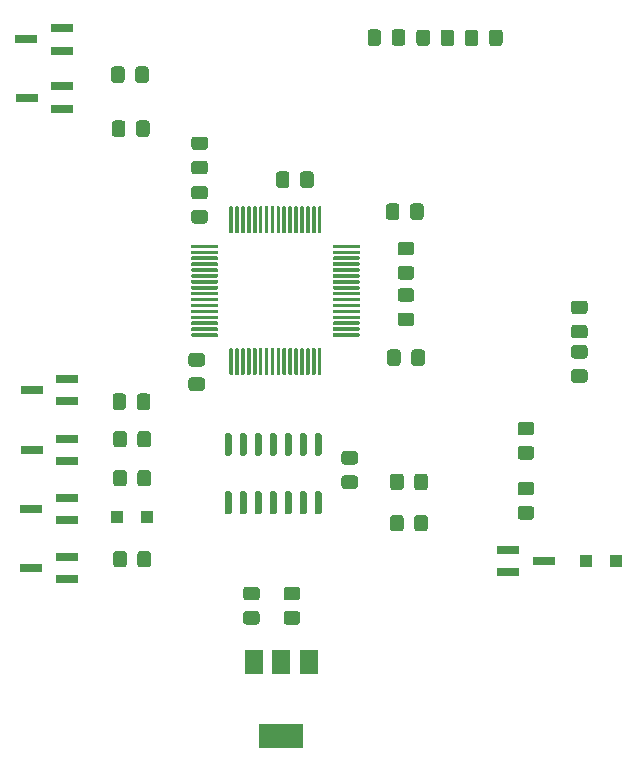
<source format=gbr>
%TF.GenerationSoftware,KiCad,Pcbnew,(5.1.9)-1*%
%TF.CreationDate,2021-08-09T15:54:16+01:00*%
%TF.ProjectId,OpenFlopsShort,4f70656e-466c-46f7-9073-53686f72742e,rev?*%
%TF.SameCoordinates,Original*%
%TF.FileFunction,Paste,Top*%
%TF.FilePolarity,Positive*%
%FSLAX46Y46*%
G04 Gerber Fmt 4.6, Leading zero omitted, Abs format (unit mm)*
G04 Created by KiCad (PCBNEW (5.1.9)-1) date 2021-08-09 15:54:16*
%MOMM*%
%LPD*%
G01*
G04 APERTURE LIST*
%ADD10R,1.500000X2.000000*%
%ADD11R,3.800000X2.000000*%
%ADD12R,1.900000X0.800000*%
%ADD13R,1.000000X1.000000*%
G04 APERTURE END LIST*
%TO.C,U3*%
G36*
G01*
X144235000Y-91348500D02*
X144235000Y-93498500D01*
G75*
G02*
X144160000Y-93573500I-75000J0D01*
G01*
X144010000Y-93573500D01*
G75*
G02*
X143935000Y-93498500I0J75000D01*
G01*
X143935000Y-91348500D01*
G75*
G02*
X144010000Y-91273500I75000J0D01*
G01*
X144160000Y-91273500D01*
G75*
G02*
X144235000Y-91348500I0J-75000D01*
G01*
G37*
G36*
G01*
X143735000Y-91348500D02*
X143735000Y-93498500D01*
G75*
G02*
X143660000Y-93573500I-75000J0D01*
G01*
X143510000Y-93573500D01*
G75*
G02*
X143435000Y-93498500I0J75000D01*
G01*
X143435000Y-91348500D01*
G75*
G02*
X143510000Y-91273500I75000J0D01*
G01*
X143660000Y-91273500D01*
G75*
G02*
X143735000Y-91348500I0J-75000D01*
G01*
G37*
G36*
G01*
X143235000Y-91348500D02*
X143235000Y-93498500D01*
G75*
G02*
X143160000Y-93573500I-75000J0D01*
G01*
X143010000Y-93573500D01*
G75*
G02*
X142935000Y-93498500I0J75000D01*
G01*
X142935000Y-91348500D01*
G75*
G02*
X143010000Y-91273500I75000J0D01*
G01*
X143160000Y-91273500D01*
G75*
G02*
X143235000Y-91348500I0J-75000D01*
G01*
G37*
G36*
G01*
X142735000Y-91348500D02*
X142735000Y-93498500D01*
G75*
G02*
X142660000Y-93573500I-75000J0D01*
G01*
X142510000Y-93573500D01*
G75*
G02*
X142435000Y-93498500I0J75000D01*
G01*
X142435000Y-91348500D01*
G75*
G02*
X142510000Y-91273500I75000J0D01*
G01*
X142660000Y-91273500D01*
G75*
G02*
X142735000Y-91348500I0J-75000D01*
G01*
G37*
G36*
G01*
X142235000Y-91348500D02*
X142235000Y-93498500D01*
G75*
G02*
X142160000Y-93573500I-75000J0D01*
G01*
X142010000Y-93573500D01*
G75*
G02*
X141935000Y-93498500I0J75000D01*
G01*
X141935000Y-91348500D01*
G75*
G02*
X142010000Y-91273500I75000J0D01*
G01*
X142160000Y-91273500D01*
G75*
G02*
X142235000Y-91348500I0J-75000D01*
G01*
G37*
G36*
G01*
X141735000Y-91348500D02*
X141735000Y-93498500D01*
G75*
G02*
X141660000Y-93573500I-75000J0D01*
G01*
X141510000Y-93573500D01*
G75*
G02*
X141435000Y-93498500I0J75000D01*
G01*
X141435000Y-91348500D01*
G75*
G02*
X141510000Y-91273500I75000J0D01*
G01*
X141660000Y-91273500D01*
G75*
G02*
X141735000Y-91348500I0J-75000D01*
G01*
G37*
G36*
G01*
X141235000Y-91348500D02*
X141235000Y-93498500D01*
G75*
G02*
X141160000Y-93573500I-75000J0D01*
G01*
X141010000Y-93573500D01*
G75*
G02*
X140935000Y-93498500I0J75000D01*
G01*
X140935000Y-91348500D01*
G75*
G02*
X141010000Y-91273500I75000J0D01*
G01*
X141160000Y-91273500D01*
G75*
G02*
X141235000Y-91348500I0J-75000D01*
G01*
G37*
G36*
G01*
X140735000Y-91348500D02*
X140735000Y-93498500D01*
G75*
G02*
X140660000Y-93573500I-75000J0D01*
G01*
X140510000Y-93573500D01*
G75*
G02*
X140435000Y-93498500I0J75000D01*
G01*
X140435000Y-91348500D01*
G75*
G02*
X140510000Y-91273500I75000J0D01*
G01*
X140660000Y-91273500D01*
G75*
G02*
X140735000Y-91348500I0J-75000D01*
G01*
G37*
G36*
G01*
X140235000Y-91348500D02*
X140235000Y-93498500D01*
G75*
G02*
X140160000Y-93573500I-75000J0D01*
G01*
X140010000Y-93573500D01*
G75*
G02*
X139935000Y-93498500I0J75000D01*
G01*
X139935000Y-91348500D01*
G75*
G02*
X140010000Y-91273500I75000J0D01*
G01*
X140160000Y-91273500D01*
G75*
G02*
X140235000Y-91348500I0J-75000D01*
G01*
G37*
G36*
G01*
X139735000Y-91348500D02*
X139735000Y-93498500D01*
G75*
G02*
X139660000Y-93573500I-75000J0D01*
G01*
X139510000Y-93573500D01*
G75*
G02*
X139435000Y-93498500I0J75000D01*
G01*
X139435000Y-91348500D01*
G75*
G02*
X139510000Y-91273500I75000J0D01*
G01*
X139660000Y-91273500D01*
G75*
G02*
X139735000Y-91348500I0J-75000D01*
G01*
G37*
G36*
G01*
X139235000Y-91348500D02*
X139235000Y-93498500D01*
G75*
G02*
X139160000Y-93573500I-75000J0D01*
G01*
X139010000Y-93573500D01*
G75*
G02*
X138935000Y-93498500I0J75000D01*
G01*
X138935000Y-91348500D01*
G75*
G02*
X139010000Y-91273500I75000J0D01*
G01*
X139160000Y-91273500D01*
G75*
G02*
X139235000Y-91348500I0J-75000D01*
G01*
G37*
G36*
G01*
X138735000Y-91348500D02*
X138735000Y-93498500D01*
G75*
G02*
X138660000Y-93573500I-75000J0D01*
G01*
X138510000Y-93573500D01*
G75*
G02*
X138435000Y-93498500I0J75000D01*
G01*
X138435000Y-91348500D01*
G75*
G02*
X138510000Y-91273500I75000J0D01*
G01*
X138660000Y-91273500D01*
G75*
G02*
X138735000Y-91348500I0J-75000D01*
G01*
G37*
G36*
G01*
X138235000Y-91348500D02*
X138235000Y-93498500D01*
G75*
G02*
X138160000Y-93573500I-75000J0D01*
G01*
X138010000Y-93573500D01*
G75*
G02*
X137935000Y-93498500I0J75000D01*
G01*
X137935000Y-91348500D01*
G75*
G02*
X138010000Y-91273500I75000J0D01*
G01*
X138160000Y-91273500D01*
G75*
G02*
X138235000Y-91348500I0J-75000D01*
G01*
G37*
G36*
G01*
X137735000Y-91348500D02*
X137735000Y-93498500D01*
G75*
G02*
X137660000Y-93573500I-75000J0D01*
G01*
X137510000Y-93573500D01*
G75*
G02*
X137435000Y-93498500I0J75000D01*
G01*
X137435000Y-91348500D01*
G75*
G02*
X137510000Y-91273500I75000J0D01*
G01*
X137660000Y-91273500D01*
G75*
G02*
X137735000Y-91348500I0J-75000D01*
G01*
G37*
G36*
G01*
X137235000Y-91348500D02*
X137235000Y-93498500D01*
G75*
G02*
X137160000Y-93573500I-75000J0D01*
G01*
X137010000Y-93573500D01*
G75*
G02*
X136935000Y-93498500I0J75000D01*
G01*
X136935000Y-91348500D01*
G75*
G02*
X137010000Y-91273500I75000J0D01*
G01*
X137160000Y-91273500D01*
G75*
G02*
X137235000Y-91348500I0J-75000D01*
G01*
G37*
G36*
G01*
X136735000Y-91348500D02*
X136735000Y-93498500D01*
G75*
G02*
X136660000Y-93573500I-75000J0D01*
G01*
X136510000Y-93573500D01*
G75*
G02*
X136435000Y-93498500I0J75000D01*
G01*
X136435000Y-91348500D01*
G75*
G02*
X136510000Y-91273500I75000J0D01*
G01*
X136660000Y-91273500D01*
G75*
G02*
X136735000Y-91348500I0J-75000D01*
G01*
G37*
G36*
G01*
X135485000Y-90098500D02*
X135485000Y-90248500D01*
G75*
G02*
X135410000Y-90323500I-75000J0D01*
G01*
X133260000Y-90323500D01*
G75*
G02*
X133185000Y-90248500I0J75000D01*
G01*
X133185000Y-90098500D01*
G75*
G02*
X133260000Y-90023500I75000J0D01*
G01*
X135410000Y-90023500D01*
G75*
G02*
X135485000Y-90098500I0J-75000D01*
G01*
G37*
G36*
G01*
X135485000Y-89598500D02*
X135485000Y-89748500D01*
G75*
G02*
X135410000Y-89823500I-75000J0D01*
G01*
X133260000Y-89823500D01*
G75*
G02*
X133185000Y-89748500I0J75000D01*
G01*
X133185000Y-89598500D01*
G75*
G02*
X133260000Y-89523500I75000J0D01*
G01*
X135410000Y-89523500D01*
G75*
G02*
X135485000Y-89598500I0J-75000D01*
G01*
G37*
G36*
G01*
X135485000Y-89098500D02*
X135485000Y-89248500D01*
G75*
G02*
X135410000Y-89323500I-75000J0D01*
G01*
X133260000Y-89323500D01*
G75*
G02*
X133185000Y-89248500I0J75000D01*
G01*
X133185000Y-89098500D01*
G75*
G02*
X133260000Y-89023500I75000J0D01*
G01*
X135410000Y-89023500D01*
G75*
G02*
X135485000Y-89098500I0J-75000D01*
G01*
G37*
G36*
G01*
X135485000Y-88598500D02*
X135485000Y-88748500D01*
G75*
G02*
X135410000Y-88823500I-75000J0D01*
G01*
X133260000Y-88823500D01*
G75*
G02*
X133185000Y-88748500I0J75000D01*
G01*
X133185000Y-88598500D01*
G75*
G02*
X133260000Y-88523500I75000J0D01*
G01*
X135410000Y-88523500D01*
G75*
G02*
X135485000Y-88598500I0J-75000D01*
G01*
G37*
G36*
G01*
X135485000Y-88098500D02*
X135485000Y-88248500D01*
G75*
G02*
X135410000Y-88323500I-75000J0D01*
G01*
X133260000Y-88323500D01*
G75*
G02*
X133185000Y-88248500I0J75000D01*
G01*
X133185000Y-88098500D01*
G75*
G02*
X133260000Y-88023500I75000J0D01*
G01*
X135410000Y-88023500D01*
G75*
G02*
X135485000Y-88098500I0J-75000D01*
G01*
G37*
G36*
G01*
X135485000Y-87598500D02*
X135485000Y-87748500D01*
G75*
G02*
X135410000Y-87823500I-75000J0D01*
G01*
X133260000Y-87823500D01*
G75*
G02*
X133185000Y-87748500I0J75000D01*
G01*
X133185000Y-87598500D01*
G75*
G02*
X133260000Y-87523500I75000J0D01*
G01*
X135410000Y-87523500D01*
G75*
G02*
X135485000Y-87598500I0J-75000D01*
G01*
G37*
G36*
G01*
X135485000Y-87098500D02*
X135485000Y-87248500D01*
G75*
G02*
X135410000Y-87323500I-75000J0D01*
G01*
X133260000Y-87323500D01*
G75*
G02*
X133185000Y-87248500I0J75000D01*
G01*
X133185000Y-87098500D01*
G75*
G02*
X133260000Y-87023500I75000J0D01*
G01*
X135410000Y-87023500D01*
G75*
G02*
X135485000Y-87098500I0J-75000D01*
G01*
G37*
G36*
G01*
X135485000Y-86598500D02*
X135485000Y-86748500D01*
G75*
G02*
X135410000Y-86823500I-75000J0D01*
G01*
X133260000Y-86823500D01*
G75*
G02*
X133185000Y-86748500I0J75000D01*
G01*
X133185000Y-86598500D01*
G75*
G02*
X133260000Y-86523500I75000J0D01*
G01*
X135410000Y-86523500D01*
G75*
G02*
X135485000Y-86598500I0J-75000D01*
G01*
G37*
G36*
G01*
X135485000Y-86098500D02*
X135485000Y-86248500D01*
G75*
G02*
X135410000Y-86323500I-75000J0D01*
G01*
X133260000Y-86323500D01*
G75*
G02*
X133185000Y-86248500I0J75000D01*
G01*
X133185000Y-86098500D01*
G75*
G02*
X133260000Y-86023500I75000J0D01*
G01*
X135410000Y-86023500D01*
G75*
G02*
X135485000Y-86098500I0J-75000D01*
G01*
G37*
G36*
G01*
X135485000Y-85598500D02*
X135485000Y-85748500D01*
G75*
G02*
X135410000Y-85823500I-75000J0D01*
G01*
X133260000Y-85823500D01*
G75*
G02*
X133185000Y-85748500I0J75000D01*
G01*
X133185000Y-85598500D01*
G75*
G02*
X133260000Y-85523500I75000J0D01*
G01*
X135410000Y-85523500D01*
G75*
G02*
X135485000Y-85598500I0J-75000D01*
G01*
G37*
G36*
G01*
X135485000Y-85098500D02*
X135485000Y-85248500D01*
G75*
G02*
X135410000Y-85323500I-75000J0D01*
G01*
X133260000Y-85323500D01*
G75*
G02*
X133185000Y-85248500I0J75000D01*
G01*
X133185000Y-85098500D01*
G75*
G02*
X133260000Y-85023500I75000J0D01*
G01*
X135410000Y-85023500D01*
G75*
G02*
X135485000Y-85098500I0J-75000D01*
G01*
G37*
G36*
G01*
X135485000Y-84598500D02*
X135485000Y-84748500D01*
G75*
G02*
X135410000Y-84823500I-75000J0D01*
G01*
X133260000Y-84823500D01*
G75*
G02*
X133185000Y-84748500I0J75000D01*
G01*
X133185000Y-84598500D01*
G75*
G02*
X133260000Y-84523500I75000J0D01*
G01*
X135410000Y-84523500D01*
G75*
G02*
X135485000Y-84598500I0J-75000D01*
G01*
G37*
G36*
G01*
X135485000Y-84098500D02*
X135485000Y-84248500D01*
G75*
G02*
X135410000Y-84323500I-75000J0D01*
G01*
X133260000Y-84323500D01*
G75*
G02*
X133185000Y-84248500I0J75000D01*
G01*
X133185000Y-84098500D01*
G75*
G02*
X133260000Y-84023500I75000J0D01*
G01*
X135410000Y-84023500D01*
G75*
G02*
X135485000Y-84098500I0J-75000D01*
G01*
G37*
G36*
G01*
X135485000Y-83598500D02*
X135485000Y-83748500D01*
G75*
G02*
X135410000Y-83823500I-75000J0D01*
G01*
X133260000Y-83823500D01*
G75*
G02*
X133185000Y-83748500I0J75000D01*
G01*
X133185000Y-83598500D01*
G75*
G02*
X133260000Y-83523500I75000J0D01*
G01*
X135410000Y-83523500D01*
G75*
G02*
X135485000Y-83598500I0J-75000D01*
G01*
G37*
G36*
G01*
X135485000Y-83098500D02*
X135485000Y-83248500D01*
G75*
G02*
X135410000Y-83323500I-75000J0D01*
G01*
X133260000Y-83323500D01*
G75*
G02*
X133185000Y-83248500I0J75000D01*
G01*
X133185000Y-83098500D01*
G75*
G02*
X133260000Y-83023500I75000J0D01*
G01*
X135410000Y-83023500D01*
G75*
G02*
X135485000Y-83098500I0J-75000D01*
G01*
G37*
G36*
G01*
X135485000Y-82598500D02*
X135485000Y-82748500D01*
G75*
G02*
X135410000Y-82823500I-75000J0D01*
G01*
X133260000Y-82823500D01*
G75*
G02*
X133185000Y-82748500I0J75000D01*
G01*
X133185000Y-82598500D01*
G75*
G02*
X133260000Y-82523500I75000J0D01*
G01*
X135410000Y-82523500D01*
G75*
G02*
X135485000Y-82598500I0J-75000D01*
G01*
G37*
G36*
G01*
X136735000Y-79348500D02*
X136735000Y-81498500D01*
G75*
G02*
X136660000Y-81573500I-75000J0D01*
G01*
X136510000Y-81573500D01*
G75*
G02*
X136435000Y-81498500I0J75000D01*
G01*
X136435000Y-79348500D01*
G75*
G02*
X136510000Y-79273500I75000J0D01*
G01*
X136660000Y-79273500D01*
G75*
G02*
X136735000Y-79348500I0J-75000D01*
G01*
G37*
G36*
G01*
X137235000Y-79348500D02*
X137235000Y-81498500D01*
G75*
G02*
X137160000Y-81573500I-75000J0D01*
G01*
X137010000Y-81573500D01*
G75*
G02*
X136935000Y-81498500I0J75000D01*
G01*
X136935000Y-79348500D01*
G75*
G02*
X137010000Y-79273500I75000J0D01*
G01*
X137160000Y-79273500D01*
G75*
G02*
X137235000Y-79348500I0J-75000D01*
G01*
G37*
G36*
G01*
X137735000Y-79348500D02*
X137735000Y-81498500D01*
G75*
G02*
X137660000Y-81573500I-75000J0D01*
G01*
X137510000Y-81573500D01*
G75*
G02*
X137435000Y-81498500I0J75000D01*
G01*
X137435000Y-79348500D01*
G75*
G02*
X137510000Y-79273500I75000J0D01*
G01*
X137660000Y-79273500D01*
G75*
G02*
X137735000Y-79348500I0J-75000D01*
G01*
G37*
G36*
G01*
X138235000Y-79348500D02*
X138235000Y-81498500D01*
G75*
G02*
X138160000Y-81573500I-75000J0D01*
G01*
X138010000Y-81573500D01*
G75*
G02*
X137935000Y-81498500I0J75000D01*
G01*
X137935000Y-79348500D01*
G75*
G02*
X138010000Y-79273500I75000J0D01*
G01*
X138160000Y-79273500D01*
G75*
G02*
X138235000Y-79348500I0J-75000D01*
G01*
G37*
G36*
G01*
X138735000Y-79348500D02*
X138735000Y-81498500D01*
G75*
G02*
X138660000Y-81573500I-75000J0D01*
G01*
X138510000Y-81573500D01*
G75*
G02*
X138435000Y-81498500I0J75000D01*
G01*
X138435000Y-79348500D01*
G75*
G02*
X138510000Y-79273500I75000J0D01*
G01*
X138660000Y-79273500D01*
G75*
G02*
X138735000Y-79348500I0J-75000D01*
G01*
G37*
G36*
G01*
X139235000Y-79348500D02*
X139235000Y-81498500D01*
G75*
G02*
X139160000Y-81573500I-75000J0D01*
G01*
X139010000Y-81573500D01*
G75*
G02*
X138935000Y-81498500I0J75000D01*
G01*
X138935000Y-79348500D01*
G75*
G02*
X139010000Y-79273500I75000J0D01*
G01*
X139160000Y-79273500D01*
G75*
G02*
X139235000Y-79348500I0J-75000D01*
G01*
G37*
G36*
G01*
X139735000Y-79348500D02*
X139735000Y-81498500D01*
G75*
G02*
X139660000Y-81573500I-75000J0D01*
G01*
X139510000Y-81573500D01*
G75*
G02*
X139435000Y-81498500I0J75000D01*
G01*
X139435000Y-79348500D01*
G75*
G02*
X139510000Y-79273500I75000J0D01*
G01*
X139660000Y-79273500D01*
G75*
G02*
X139735000Y-79348500I0J-75000D01*
G01*
G37*
G36*
G01*
X140235000Y-79348500D02*
X140235000Y-81498500D01*
G75*
G02*
X140160000Y-81573500I-75000J0D01*
G01*
X140010000Y-81573500D01*
G75*
G02*
X139935000Y-81498500I0J75000D01*
G01*
X139935000Y-79348500D01*
G75*
G02*
X140010000Y-79273500I75000J0D01*
G01*
X140160000Y-79273500D01*
G75*
G02*
X140235000Y-79348500I0J-75000D01*
G01*
G37*
G36*
G01*
X140735000Y-79348500D02*
X140735000Y-81498500D01*
G75*
G02*
X140660000Y-81573500I-75000J0D01*
G01*
X140510000Y-81573500D01*
G75*
G02*
X140435000Y-81498500I0J75000D01*
G01*
X140435000Y-79348500D01*
G75*
G02*
X140510000Y-79273500I75000J0D01*
G01*
X140660000Y-79273500D01*
G75*
G02*
X140735000Y-79348500I0J-75000D01*
G01*
G37*
G36*
G01*
X141235000Y-79348500D02*
X141235000Y-81498500D01*
G75*
G02*
X141160000Y-81573500I-75000J0D01*
G01*
X141010000Y-81573500D01*
G75*
G02*
X140935000Y-81498500I0J75000D01*
G01*
X140935000Y-79348500D01*
G75*
G02*
X141010000Y-79273500I75000J0D01*
G01*
X141160000Y-79273500D01*
G75*
G02*
X141235000Y-79348500I0J-75000D01*
G01*
G37*
G36*
G01*
X141735000Y-79348500D02*
X141735000Y-81498500D01*
G75*
G02*
X141660000Y-81573500I-75000J0D01*
G01*
X141510000Y-81573500D01*
G75*
G02*
X141435000Y-81498500I0J75000D01*
G01*
X141435000Y-79348500D01*
G75*
G02*
X141510000Y-79273500I75000J0D01*
G01*
X141660000Y-79273500D01*
G75*
G02*
X141735000Y-79348500I0J-75000D01*
G01*
G37*
G36*
G01*
X142235000Y-79348500D02*
X142235000Y-81498500D01*
G75*
G02*
X142160000Y-81573500I-75000J0D01*
G01*
X142010000Y-81573500D01*
G75*
G02*
X141935000Y-81498500I0J75000D01*
G01*
X141935000Y-79348500D01*
G75*
G02*
X142010000Y-79273500I75000J0D01*
G01*
X142160000Y-79273500D01*
G75*
G02*
X142235000Y-79348500I0J-75000D01*
G01*
G37*
G36*
G01*
X142735000Y-79348500D02*
X142735000Y-81498500D01*
G75*
G02*
X142660000Y-81573500I-75000J0D01*
G01*
X142510000Y-81573500D01*
G75*
G02*
X142435000Y-81498500I0J75000D01*
G01*
X142435000Y-79348500D01*
G75*
G02*
X142510000Y-79273500I75000J0D01*
G01*
X142660000Y-79273500D01*
G75*
G02*
X142735000Y-79348500I0J-75000D01*
G01*
G37*
G36*
G01*
X143235000Y-79348500D02*
X143235000Y-81498500D01*
G75*
G02*
X143160000Y-81573500I-75000J0D01*
G01*
X143010000Y-81573500D01*
G75*
G02*
X142935000Y-81498500I0J75000D01*
G01*
X142935000Y-79348500D01*
G75*
G02*
X143010000Y-79273500I75000J0D01*
G01*
X143160000Y-79273500D01*
G75*
G02*
X143235000Y-79348500I0J-75000D01*
G01*
G37*
G36*
G01*
X143735000Y-79348500D02*
X143735000Y-81498500D01*
G75*
G02*
X143660000Y-81573500I-75000J0D01*
G01*
X143510000Y-81573500D01*
G75*
G02*
X143435000Y-81498500I0J75000D01*
G01*
X143435000Y-79348500D01*
G75*
G02*
X143510000Y-79273500I75000J0D01*
G01*
X143660000Y-79273500D01*
G75*
G02*
X143735000Y-79348500I0J-75000D01*
G01*
G37*
G36*
G01*
X144235000Y-79348500D02*
X144235000Y-81498500D01*
G75*
G02*
X144160000Y-81573500I-75000J0D01*
G01*
X144010000Y-81573500D01*
G75*
G02*
X143935000Y-81498500I0J75000D01*
G01*
X143935000Y-79348500D01*
G75*
G02*
X144010000Y-79273500I75000J0D01*
G01*
X144160000Y-79273500D01*
G75*
G02*
X144235000Y-79348500I0J-75000D01*
G01*
G37*
G36*
G01*
X147485000Y-82598500D02*
X147485000Y-82748500D01*
G75*
G02*
X147410000Y-82823500I-75000J0D01*
G01*
X145260000Y-82823500D01*
G75*
G02*
X145185000Y-82748500I0J75000D01*
G01*
X145185000Y-82598500D01*
G75*
G02*
X145260000Y-82523500I75000J0D01*
G01*
X147410000Y-82523500D01*
G75*
G02*
X147485000Y-82598500I0J-75000D01*
G01*
G37*
G36*
G01*
X147485000Y-83098500D02*
X147485000Y-83248500D01*
G75*
G02*
X147410000Y-83323500I-75000J0D01*
G01*
X145260000Y-83323500D01*
G75*
G02*
X145185000Y-83248500I0J75000D01*
G01*
X145185000Y-83098500D01*
G75*
G02*
X145260000Y-83023500I75000J0D01*
G01*
X147410000Y-83023500D01*
G75*
G02*
X147485000Y-83098500I0J-75000D01*
G01*
G37*
G36*
G01*
X147485000Y-83598500D02*
X147485000Y-83748500D01*
G75*
G02*
X147410000Y-83823500I-75000J0D01*
G01*
X145260000Y-83823500D01*
G75*
G02*
X145185000Y-83748500I0J75000D01*
G01*
X145185000Y-83598500D01*
G75*
G02*
X145260000Y-83523500I75000J0D01*
G01*
X147410000Y-83523500D01*
G75*
G02*
X147485000Y-83598500I0J-75000D01*
G01*
G37*
G36*
G01*
X147485000Y-84098500D02*
X147485000Y-84248500D01*
G75*
G02*
X147410000Y-84323500I-75000J0D01*
G01*
X145260000Y-84323500D01*
G75*
G02*
X145185000Y-84248500I0J75000D01*
G01*
X145185000Y-84098500D01*
G75*
G02*
X145260000Y-84023500I75000J0D01*
G01*
X147410000Y-84023500D01*
G75*
G02*
X147485000Y-84098500I0J-75000D01*
G01*
G37*
G36*
G01*
X147485000Y-84598500D02*
X147485000Y-84748500D01*
G75*
G02*
X147410000Y-84823500I-75000J0D01*
G01*
X145260000Y-84823500D01*
G75*
G02*
X145185000Y-84748500I0J75000D01*
G01*
X145185000Y-84598500D01*
G75*
G02*
X145260000Y-84523500I75000J0D01*
G01*
X147410000Y-84523500D01*
G75*
G02*
X147485000Y-84598500I0J-75000D01*
G01*
G37*
G36*
G01*
X147485000Y-85098500D02*
X147485000Y-85248500D01*
G75*
G02*
X147410000Y-85323500I-75000J0D01*
G01*
X145260000Y-85323500D01*
G75*
G02*
X145185000Y-85248500I0J75000D01*
G01*
X145185000Y-85098500D01*
G75*
G02*
X145260000Y-85023500I75000J0D01*
G01*
X147410000Y-85023500D01*
G75*
G02*
X147485000Y-85098500I0J-75000D01*
G01*
G37*
G36*
G01*
X147485000Y-85598500D02*
X147485000Y-85748500D01*
G75*
G02*
X147410000Y-85823500I-75000J0D01*
G01*
X145260000Y-85823500D01*
G75*
G02*
X145185000Y-85748500I0J75000D01*
G01*
X145185000Y-85598500D01*
G75*
G02*
X145260000Y-85523500I75000J0D01*
G01*
X147410000Y-85523500D01*
G75*
G02*
X147485000Y-85598500I0J-75000D01*
G01*
G37*
G36*
G01*
X147485000Y-86098500D02*
X147485000Y-86248500D01*
G75*
G02*
X147410000Y-86323500I-75000J0D01*
G01*
X145260000Y-86323500D01*
G75*
G02*
X145185000Y-86248500I0J75000D01*
G01*
X145185000Y-86098500D01*
G75*
G02*
X145260000Y-86023500I75000J0D01*
G01*
X147410000Y-86023500D01*
G75*
G02*
X147485000Y-86098500I0J-75000D01*
G01*
G37*
G36*
G01*
X147485000Y-86598500D02*
X147485000Y-86748500D01*
G75*
G02*
X147410000Y-86823500I-75000J0D01*
G01*
X145260000Y-86823500D01*
G75*
G02*
X145185000Y-86748500I0J75000D01*
G01*
X145185000Y-86598500D01*
G75*
G02*
X145260000Y-86523500I75000J0D01*
G01*
X147410000Y-86523500D01*
G75*
G02*
X147485000Y-86598500I0J-75000D01*
G01*
G37*
G36*
G01*
X147485000Y-87098500D02*
X147485000Y-87248500D01*
G75*
G02*
X147410000Y-87323500I-75000J0D01*
G01*
X145260000Y-87323500D01*
G75*
G02*
X145185000Y-87248500I0J75000D01*
G01*
X145185000Y-87098500D01*
G75*
G02*
X145260000Y-87023500I75000J0D01*
G01*
X147410000Y-87023500D01*
G75*
G02*
X147485000Y-87098500I0J-75000D01*
G01*
G37*
G36*
G01*
X147485000Y-87598500D02*
X147485000Y-87748500D01*
G75*
G02*
X147410000Y-87823500I-75000J0D01*
G01*
X145260000Y-87823500D01*
G75*
G02*
X145185000Y-87748500I0J75000D01*
G01*
X145185000Y-87598500D01*
G75*
G02*
X145260000Y-87523500I75000J0D01*
G01*
X147410000Y-87523500D01*
G75*
G02*
X147485000Y-87598500I0J-75000D01*
G01*
G37*
G36*
G01*
X147485000Y-88098500D02*
X147485000Y-88248500D01*
G75*
G02*
X147410000Y-88323500I-75000J0D01*
G01*
X145260000Y-88323500D01*
G75*
G02*
X145185000Y-88248500I0J75000D01*
G01*
X145185000Y-88098500D01*
G75*
G02*
X145260000Y-88023500I75000J0D01*
G01*
X147410000Y-88023500D01*
G75*
G02*
X147485000Y-88098500I0J-75000D01*
G01*
G37*
G36*
G01*
X147485000Y-88598500D02*
X147485000Y-88748500D01*
G75*
G02*
X147410000Y-88823500I-75000J0D01*
G01*
X145260000Y-88823500D01*
G75*
G02*
X145185000Y-88748500I0J75000D01*
G01*
X145185000Y-88598500D01*
G75*
G02*
X145260000Y-88523500I75000J0D01*
G01*
X147410000Y-88523500D01*
G75*
G02*
X147485000Y-88598500I0J-75000D01*
G01*
G37*
G36*
G01*
X147485000Y-89098500D02*
X147485000Y-89248500D01*
G75*
G02*
X147410000Y-89323500I-75000J0D01*
G01*
X145260000Y-89323500D01*
G75*
G02*
X145185000Y-89248500I0J75000D01*
G01*
X145185000Y-89098500D01*
G75*
G02*
X145260000Y-89023500I75000J0D01*
G01*
X147410000Y-89023500D01*
G75*
G02*
X147485000Y-89098500I0J-75000D01*
G01*
G37*
G36*
G01*
X147485000Y-89598500D02*
X147485000Y-89748500D01*
G75*
G02*
X147410000Y-89823500I-75000J0D01*
G01*
X145260000Y-89823500D01*
G75*
G02*
X145185000Y-89748500I0J75000D01*
G01*
X145185000Y-89598500D01*
G75*
G02*
X145260000Y-89523500I75000J0D01*
G01*
X147410000Y-89523500D01*
G75*
G02*
X147485000Y-89598500I0J-75000D01*
G01*
G37*
G36*
G01*
X147485000Y-90098500D02*
X147485000Y-90248500D01*
G75*
G02*
X147410000Y-90323500I-75000J0D01*
G01*
X145260000Y-90323500D01*
G75*
G02*
X145185000Y-90248500I0J75000D01*
G01*
X145185000Y-90098500D01*
G75*
G02*
X145260000Y-90023500I75000J0D01*
G01*
X147410000Y-90023500D01*
G75*
G02*
X147485000Y-90098500I0J-75000D01*
G01*
G37*
%TD*%
D10*
%TO.C,U4*%
X143143000Y-117817500D03*
X138543000Y-117817500D03*
X140843000Y-117817500D03*
D11*
X140843000Y-124117500D03*
%TD*%
%TO.C,U1*%
G36*
G01*
X143804500Y-103417500D02*
X144104500Y-103417500D01*
G75*
G02*
X144254500Y-103567500I0J-150000D01*
G01*
X144254500Y-105217500D01*
G75*
G02*
X144104500Y-105367500I-150000J0D01*
G01*
X143804500Y-105367500D01*
G75*
G02*
X143654500Y-105217500I0J150000D01*
G01*
X143654500Y-103567500D01*
G75*
G02*
X143804500Y-103417500I150000J0D01*
G01*
G37*
G36*
G01*
X142534500Y-103417500D02*
X142834500Y-103417500D01*
G75*
G02*
X142984500Y-103567500I0J-150000D01*
G01*
X142984500Y-105217500D01*
G75*
G02*
X142834500Y-105367500I-150000J0D01*
G01*
X142534500Y-105367500D01*
G75*
G02*
X142384500Y-105217500I0J150000D01*
G01*
X142384500Y-103567500D01*
G75*
G02*
X142534500Y-103417500I150000J0D01*
G01*
G37*
G36*
G01*
X141264500Y-103417500D02*
X141564500Y-103417500D01*
G75*
G02*
X141714500Y-103567500I0J-150000D01*
G01*
X141714500Y-105217500D01*
G75*
G02*
X141564500Y-105367500I-150000J0D01*
G01*
X141264500Y-105367500D01*
G75*
G02*
X141114500Y-105217500I0J150000D01*
G01*
X141114500Y-103567500D01*
G75*
G02*
X141264500Y-103417500I150000J0D01*
G01*
G37*
G36*
G01*
X139994500Y-103417500D02*
X140294500Y-103417500D01*
G75*
G02*
X140444500Y-103567500I0J-150000D01*
G01*
X140444500Y-105217500D01*
G75*
G02*
X140294500Y-105367500I-150000J0D01*
G01*
X139994500Y-105367500D01*
G75*
G02*
X139844500Y-105217500I0J150000D01*
G01*
X139844500Y-103567500D01*
G75*
G02*
X139994500Y-103417500I150000J0D01*
G01*
G37*
G36*
G01*
X138724500Y-103417500D02*
X139024500Y-103417500D01*
G75*
G02*
X139174500Y-103567500I0J-150000D01*
G01*
X139174500Y-105217500D01*
G75*
G02*
X139024500Y-105367500I-150000J0D01*
G01*
X138724500Y-105367500D01*
G75*
G02*
X138574500Y-105217500I0J150000D01*
G01*
X138574500Y-103567500D01*
G75*
G02*
X138724500Y-103417500I150000J0D01*
G01*
G37*
G36*
G01*
X137454500Y-103417500D02*
X137754500Y-103417500D01*
G75*
G02*
X137904500Y-103567500I0J-150000D01*
G01*
X137904500Y-105217500D01*
G75*
G02*
X137754500Y-105367500I-150000J0D01*
G01*
X137454500Y-105367500D01*
G75*
G02*
X137304500Y-105217500I0J150000D01*
G01*
X137304500Y-103567500D01*
G75*
G02*
X137454500Y-103417500I150000J0D01*
G01*
G37*
G36*
G01*
X136184500Y-103417500D02*
X136484500Y-103417500D01*
G75*
G02*
X136634500Y-103567500I0J-150000D01*
G01*
X136634500Y-105217500D01*
G75*
G02*
X136484500Y-105367500I-150000J0D01*
G01*
X136184500Y-105367500D01*
G75*
G02*
X136034500Y-105217500I0J150000D01*
G01*
X136034500Y-103567500D01*
G75*
G02*
X136184500Y-103417500I150000J0D01*
G01*
G37*
G36*
G01*
X136184500Y-98467500D02*
X136484500Y-98467500D01*
G75*
G02*
X136634500Y-98617500I0J-150000D01*
G01*
X136634500Y-100267500D01*
G75*
G02*
X136484500Y-100417500I-150000J0D01*
G01*
X136184500Y-100417500D01*
G75*
G02*
X136034500Y-100267500I0J150000D01*
G01*
X136034500Y-98617500D01*
G75*
G02*
X136184500Y-98467500I150000J0D01*
G01*
G37*
G36*
G01*
X137454500Y-98467500D02*
X137754500Y-98467500D01*
G75*
G02*
X137904500Y-98617500I0J-150000D01*
G01*
X137904500Y-100267500D01*
G75*
G02*
X137754500Y-100417500I-150000J0D01*
G01*
X137454500Y-100417500D01*
G75*
G02*
X137304500Y-100267500I0J150000D01*
G01*
X137304500Y-98617500D01*
G75*
G02*
X137454500Y-98467500I150000J0D01*
G01*
G37*
G36*
G01*
X138724500Y-98467500D02*
X139024500Y-98467500D01*
G75*
G02*
X139174500Y-98617500I0J-150000D01*
G01*
X139174500Y-100267500D01*
G75*
G02*
X139024500Y-100417500I-150000J0D01*
G01*
X138724500Y-100417500D01*
G75*
G02*
X138574500Y-100267500I0J150000D01*
G01*
X138574500Y-98617500D01*
G75*
G02*
X138724500Y-98467500I150000J0D01*
G01*
G37*
G36*
G01*
X139994500Y-98467500D02*
X140294500Y-98467500D01*
G75*
G02*
X140444500Y-98617500I0J-150000D01*
G01*
X140444500Y-100267500D01*
G75*
G02*
X140294500Y-100417500I-150000J0D01*
G01*
X139994500Y-100417500D01*
G75*
G02*
X139844500Y-100267500I0J150000D01*
G01*
X139844500Y-98617500D01*
G75*
G02*
X139994500Y-98467500I150000J0D01*
G01*
G37*
G36*
G01*
X141264500Y-98467500D02*
X141564500Y-98467500D01*
G75*
G02*
X141714500Y-98617500I0J-150000D01*
G01*
X141714500Y-100267500D01*
G75*
G02*
X141564500Y-100417500I-150000J0D01*
G01*
X141264500Y-100417500D01*
G75*
G02*
X141114500Y-100267500I0J150000D01*
G01*
X141114500Y-98617500D01*
G75*
G02*
X141264500Y-98467500I150000J0D01*
G01*
G37*
G36*
G01*
X142534500Y-98467500D02*
X142834500Y-98467500D01*
G75*
G02*
X142984500Y-98617500I0J-150000D01*
G01*
X142984500Y-100267500D01*
G75*
G02*
X142834500Y-100417500I-150000J0D01*
G01*
X142534500Y-100417500D01*
G75*
G02*
X142384500Y-100267500I0J150000D01*
G01*
X142384500Y-98617500D01*
G75*
G02*
X142534500Y-98467500I150000J0D01*
G01*
G37*
G36*
G01*
X143804500Y-98467500D02*
X144104500Y-98467500D01*
G75*
G02*
X144254500Y-98617500I0J-150000D01*
G01*
X144254500Y-100267500D01*
G75*
G02*
X144104500Y-100417500I-150000J0D01*
G01*
X143804500Y-100417500D01*
G75*
G02*
X143654500Y-100267500I0J150000D01*
G01*
X143654500Y-98617500D01*
G75*
G02*
X143804500Y-98467500I150000J0D01*
G01*
G37*
%TD*%
%TO.C,R6*%
G36*
G01*
X128466000Y-68585501D02*
X128466000Y-67685499D01*
G75*
G02*
X128715999Y-67435500I249999J0D01*
G01*
X129366001Y-67435500D01*
G75*
G02*
X129616000Y-67685499I0J-249999D01*
G01*
X129616000Y-68585501D01*
G75*
G02*
X129366001Y-68835500I-249999J0D01*
G01*
X128715999Y-68835500D01*
G75*
G02*
X128466000Y-68585501I0J249999D01*
G01*
G37*
G36*
G01*
X126416000Y-68585501D02*
X126416000Y-67685499D01*
G75*
G02*
X126665999Y-67435500I249999J0D01*
G01*
X127316001Y-67435500D01*
G75*
G02*
X127566000Y-67685499I0J-249999D01*
G01*
X127566000Y-68585501D01*
G75*
G02*
X127316001Y-68835500I-249999J0D01*
G01*
X126665999Y-68835500D01*
G75*
G02*
X126416000Y-68585501I0J249999D01*
G01*
G37*
%TD*%
%TO.C,R5*%
G36*
G01*
X128656500Y-102748501D02*
X128656500Y-101848499D01*
G75*
G02*
X128906499Y-101598500I249999J0D01*
G01*
X129556501Y-101598500D01*
G75*
G02*
X129806500Y-101848499I0J-249999D01*
G01*
X129806500Y-102748501D01*
G75*
G02*
X129556501Y-102998500I-249999J0D01*
G01*
X128906499Y-102998500D01*
G75*
G02*
X128656500Y-102748501I0J249999D01*
G01*
G37*
G36*
G01*
X126606500Y-102748501D02*
X126606500Y-101848499D01*
G75*
G02*
X126856499Y-101598500I249999J0D01*
G01*
X127506501Y-101598500D01*
G75*
G02*
X127756500Y-101848499I0J-249999D01*
G01*
X127756500Y-102748501D01*
G75*
G02*
X127506501Y-102998500I-249999J0D01*
G01*
X126856499Y-102998500D01*
G75*
G02*
X126606500Y-102748501I0J249999D01*
G01*
G37*
%TD*%
%TO.C,R4*%
G36*
G01*
X128656500Y-109606501D02*
X128656500Y-108706499D01*
G75*
G02*
X128906499Y-108456500I249999J0D01*
G01*
X129556501Y-108456500D01*
G75*
G02*
X129806500Y-108706499I0J-249999D01*
G01*
X129806500Y-109606501D01*
G75*
G02*
X129556501Y-109856500I-249999J0D01*
G01*
X128906499Y-109856500D01*
G75*
G02*
X128656500Y-109606501I0J249999D01*
G01*
G37*
G36*
G01*
X126606500Y-109606501D02*
X126606500Y-108706499D01*
G75*
G02*
X126856499Y-108456500I249999J0D01*
G01*
X127506501Y-108456500D01*
G75*
G02*
X127756500Y-108706499I0J-249999D01*
G01*
X127756500Y-109606501D01*
G75*
G02*
X127506501Y-109856500I-249999J0D01*
G01*
X126856499Y-109856500D01*
G75*
G02*
X126606500Y-109606501I0J249999D01*
G01*
G37*
%TD*%
%TO.C,R3*%
G36*
G01*
X128656500Y-99446501D02*
X128656500Y-98546499D01*
G75*
G02*
X128906499Y-98296500I249999J0D01*
G01*
X129556501Y-98296500D01*
G75*
G02*
X129806500Y-98546499I0J-249999D01*
G01*
X129806500Y-99446501D01*
G75*
G02*
X129556501Y-99696500I-249999J0D01*
G01*
X128906499Y-99696500D01*
G75*
G02*
X128656500Y-99446501I0J249999D01*
G01*
G37*
G36*
G01*
X126606500Y-99446501D02*
X126606500Y-98546499D01*
G75*
G02*
X126856499Y-98296500I249999J0D01*
G01*
X127506501Y-98296500D01*
G75*
G02*
X127756500Y-98546499I0J-249999D01*
G01*
X127756500Y-99446501D01*
G75*
G02*
X127506501Y-99696500I-249999J0D01*
G01*
X126856499Y-99696500D01*
G75*
G02*
X126606500Y-99446501I0J249999D01*
G01*
G37*
%TD*%
%TO.C,R2*%
G36*
G01*
X128593000Y-96271501D02*
X128593000Y-95371499D01*
G75*
G02*
X128842999Y-95121500I249999J0D01*
G01*
X129493001Y-95121500D01*
G75*
G02*
X129743000Y-95371499I0J-249999D01*
G01*
X129743000Y-96271501D01*
G75*
G02*
X129493001Y-96521500I-249999J0D01*
G01*
X128842999Y-96521500D01*
G75*
G02*
X128593000Y-96271501I0J249999D01*
G01*
G37*
G36*
G01*
X126543000Y-96271501D02*
X126543000Y-95371499D01*
G75*
G02*
X126792999Y-95121500I249999J0D01*
G01*
X127443001Y-95121500D01*
G75*
G02*
X127693000Y-95371499I0J-249999D01*
G01*
X127693000Y-96271501D01*
G75*
G02*
X127443001Y-96521500I-249999J0D01*
G01*
X126792999Y-96521500D01*
G75*
G02*
X126543000Y-96271501I0J249999D01*
G01*
G37*
%TD*%
%TO.C,R1*%
G36*
G01*
X128529500Y-73157501D02*
X128529500Y-72257499D01*
G75*
G02*
X128779499Y-72007500I249999J0D01*
G01*
X129429501Y-72007500D01*
G75*
G02*
X129679500Y-72257499I0J-249999D01*
G01*
X129679500Y-73157501D01*
G75*
G02*
X129429501Y-73407500I-249999J0D01*
G01*
X128779499Y-73407500D01*
G75*
G02*
X128529500Y-73157501I0J249999D01*
G01*
G37*
G36*
G01*
X126479500Y-73157501D02*
X126479500Y-72257499D01*
G75*
G02*
X126729499Y-72007500I249999J0D01*
G01*
X127379501Y-72007500D01*
G75*
G02*
X127629500Y-72257499I0J-249999D01*
G01*
X127629500Y-73157501D01*
G75*
G02*
X127379501Y-73407500I-249999J0D01*
G01*
X126729499Y-73407500D01*
G75*
G02*
X126479500Y-73157501I0J249999D01*
G01*
G37*
%TD*%
%TO.C,R21*%
G36*
G01*
X161093999Y-104653500D02*
X161994001Y-104653500D01*
G75*
G02*
X162244000Y-104903499I0J-249999D01*
G01*
X162244000Y-105553501D01*
G75*
G02*
X161994001Y-105803500I-249999J0D01*
G01*
X161093999Y-105803500D01*
G75*
G02*
X160844000Y-105553501I0J249999D01*
G01*
X160844000Y-104903499D01*
G75*
G02*
X161093999Y-104653500I249999J0D01*
G01*
G37*
G36*
G01*
X161093999Y-102603500D02*
X161994001Y-102603500D01*
G75*
G02*
X162244000Y-102853499I0J-249999D01*
G01*
X162244000Y-103503501D01*
G75*
G02*
X161994001Y-103753500I-249999J0D01*
G01*
X161093999Y-103753500D01*
G75*
G02*
X160844000Y-103503501I0J249999D01*
G01*
X160844000Y-102853499D01*
G75*
G02*
X161093999Y-102603500I249999J0D01*
G01*
G37*
%TD*%
%TO.C,R20*%
G36*
G01*
X161994001Y-98673500D02*
X161093999Y-98673500D01*
G75*
G02*
X160844000Y-98423501I0J249999D01*
G01*
X160844000Y-97773499D01*
G75*
G02*
X161093999Y-97523500I249999J0D01*
G01*
X161994001Y-97523500D01*
G75*
G02*
X162244000Y-97773499I0J-249999D01*
G01*
X162244000Y-98423501D01*
G75*
G02*
X161994001Y-98673500I-249999J0D01*
G01*
G37*
G36*
G01*
X161994001Y-100723500D02*
X161093999Y-100723500D01*
G75*
G02*
X160844000Y-100473501I0J249999D01*
G01*
X160844000Y-99823499D01*
G75*
G02*
X161093999Y-99573500I249999J0D01*
G01*
X161994001Y-99573500D01*
G75*
G02*
X162244000Y-99823499I0J-249999D01*
G01*
X162244000Y-100473501D01*
G75*
G02*
X161994001Y-100723500I-249999J0D01*
G01*
G37*
%TD*%
%TO.C,R13*%
G36*
G01*
X157517680Y-64566379D02*
X157517680Y-65466381D01*
G75*
G02*
X157267681Y-65716380I-249999J0D01*
G01*
X156617679Y-65716380D01*
G75*
G02*
X156367680Y-65466381I0J249999D01*
G01*
X156367680Y-64566379D01*
G75*
G02*
X156617679Y-64316380I249999J0D01*
G01*
X157267681Y-64316380D01*
G75*
G02*
X157517680Y-64566379I0J-249999D01*
G01*
G37*
G36*
G01*
X159567680Y-64566379D02*
X159567680Y-65466381D01*
G75*
G02*
X159317681Y-65716380I-249999J0D01*
G01*
X158667679Y-65716380D01*
G75*
G02*
X158417680Y-65466381I0J249999D01*
G01*
X158417680Y-64566379D01*
G75*
G02*
X158667679Y-64316380I249999J0D01*
G01*
X159317681Y-64316380D01*
G75*
G02*
X159567680Y-64566379I0J-249999D01*
G01*
G37*
%TD*%
%TO.C,R10*%
G36*
G01*
X149283000Y-64548599D02*
X149283000Y-65448601D01*
G75*
G02*
X149033001Y-65698600I-249999J0D01*
G01*
X148382999Y-65698600D01*
G75*
G02*
X148133000Y-65448601I0J249999D01*
G01*
X148133000Y-64548599D01*
G75*
G02*
X148382999Y-64298600I249999J0D01*
G01*
X149033001Y-64298600D01*
G75*
G02*
X149283000Y-64548599I0J-249999D01*
G01*
G37*
G36*
G01*
X151333000Y-64548599D02*
X151333000Y-65448601D01*
G75*
G02*
X151083001Y-65698600I-249999J0D01*
G01*
X150432999Y-65698600D01*
G75*
G02*
X150183000Y-65448601I0J249999D01*
G01*
X150183000Y-64548599D01*
G75*
G02*
X150432999Y-64298600I249999J0D01*
G01*
X151083001Y-64298600D01*
G75*
G02*
X151333000Y-64548599I0J-249999D01*
G01*
G37*
%TD*%
%TO.C,R7*%
G36*
G01*
X134371501Y-74518100D02*
X133471499Y-74518100D01*
G75*
G02*
X133221500Y-74268101I0J249999D01*
G01*
X133221500Y-73618099D01*
G75*
G02*
X133471499Y-73368100I249999J0D01*
G01*
X134371501Y-73368100D01*
G75*
G02*
X134621500Y-73618099I0J-249999D01*
G01*
X134621500Y-74268101D01*
G75*
G02*
X134371501Y-74518100I-249999J0D01*
G01*
G37*
G36*
G01*
X134371501Y-76568100D02*
X133471499Y-76568100D01*
G75*
G02*
X133221500Y-76318101I0J249999D01*
G01*
X133221500Y-75668099D01*
G75*
G02*
X133471499Y-75418100I249999J0D01*
G01*
X134371501Y-75418100D01*
G75*
G02*
X134621500Y-75668099I0J-249999D01*
G01*
X134621500Y-76318101D01*
G75*
G02*
X134371501Y-76568100I-249999J0D01*
G01*
G37*
%TD*%
%TO.C,R12*%
G36*
G01*
X151188000Y-102165999D02*
X151188000Y-103066001D01*
G75*
G02*
X150938001Y-103316000I-249999J0D01*
G01*
X150287999Y-103316000D01*
G75*
G02*
X150038000Y-103066001I0J249999D01*
G01*
X150038000Y-102165999D01*
G75*
G02*
X150287999Y-101916000I249999J0D01*
G01*
X150938001Y-101916000D01*
G75*
G02*
X151188000Y-102165999I0J-249999D01*
G01*
G37*
G36*
G01*
X153238000Y-102165999D02*
X153238000Y-103066001D01*
G75*
G02*
X152988001Y-103316000I-249999J0D01*
G01*
X152337999Y-103316000D01*
G75*
G02*
X152088000Y-103066001I0J249999D01*
G01*
X152088000Y-102165999D01*
G75*
G02*
X152337999Y-101916000I249999J0D01*
G01*
X152988001Y-101916000D01*
G75*
G02*
X153238000Y-102165999I0J-249999D01*
G01*
G37*
%TD*%
%TO.C,R11*%
G36*
G01*
X151188000Y-105658499D02*
X151188000Y-106558501D01*
G75*
G02*
X150938001Y-106808500I-249999J0D01*
G01*
X150287999Y-106808500D01*
G75*
G02*
X150038000Y-106558501I0J249999D01*
G01*
X150038000Y-105658499D01*
G75*
G02*
X150287999Y-105408500I249999J0D01*
G01*
X150938001Y-105408500D01*
G75*
G02*
X151188000Y-105658499I0J-249999D01*
G01*
G37*
G36*
G01*
X153238000Y-105658499D02*
X153238000Y-106558501D01*
G75*
G02*
X152988001Y-106808500I-249999J0D01*
G01*
X152337999Y-106808500D01*
G75*
G02*
X152088000Y-106558501I0J249999D01*
G01*
X152088000Y-105658499D01*
G75*
G02*
X152337999Y-105408500I249999J0D01*
G01*
X152988001Y-105408500D01*
G75*
G02*
X153238000Y-105658499I0J-249999D01*
G01*
G37*
%TD*%
%TO.C,R8*%
G36*
G01*
X166515201Y-88411900D02*
X165615199Y-88411900D01*
G75*
G02*
X165365200Y-88161901I0J249999D01*
G01*
X165365200Y-87511899D01*
G75*
G02*
X165615199Y-87261900I249999J0D01*
G01*
X166515201Y-87261900D01*
G75*
G02*
X166765200Y-87511899I0J-249999D01*
G01*
X166765200Y-88161901D01*
G75*
G02*
X166515201Y-88411900I-249999J0D01*
G01*
G37*
G36*
G01*
X166515201Y-90461900D02*
X165615199Y-90461900D01*
G75*
G02*
X165365200Y-90211901I0J249999D01*
G01*
X165365200Y-89561899D01*
G75*
G02*
X165615199Y-89311900I249999J0D01*
G01*
X166515201Y-89311900D01*
G75*
G02*
X166765200Y-89561899I0J-249999D01*
G01*
X166765200Y-90211901D01*
G75*
G02*
X166515201Y-90461900I-249999J0D01*
G01*
G37*
%TD*%
%TO.C,R9*%
G36*
G01*
X165620279Y-93071100D02*
X166520281Y-93071100D01*
G75*
G02*
X166770280Y-93321099I0J-249999D01*
G01*
X166770280Y-93971101D01*
G75*
G02*
X166520281Y-94221100I-249999J0D01*
G01*
X165620279Y-94221100D01*
G75*
G02*
X165370280Y-93971101I0J249999D01*
G01*
X165370280Y-93321099D01*
G75*
G02*
X165620279Y-93071100I249999J0D01*
G01*
G37*
G36*
G01*
X165620279Y-91021100D02*
X166520281Y-91021100D01*
G75*
G02*
X166770280Y-91271099I0J-249999D01*
G01*
X166770280Y-91921101D01*
G75*
G02*
X166520281Y-92171100I-249999J0D01*
G01*
X165620279Y-92171100D01*
G75*
G02*
X165370280Y-91921101I0J249999D01*
G01*
X165370280Y-91271099D01*
G75*
G02*
X165620279Y-91021100I249999J0D01*
G01*
G37*
%TD*%
D12*
%TO.C,Q7*%
X163044000Y-109283500D03*
X160044000Y-110233500D03*
X160044000Y-108333500D03*
%TD*%
%TO.C,Q6*%
X119251600Y-65138300D03*
X122251600Y-64188300D03*
X122251600Y-66088300D03*
%TD*%
%TO.C,Q5*%
X119658000Y-104902000D03*
X122658000Y-103952000D03*
X122658000Y-105852000D03*
%TD*%
%TO.C,Q4*%
X119658000Y-109918500D03*
X122658000Y-108968500D03*
X122658000Y-110868500D03*
%TD*%
%TO.C,Q3*%
X119721500Y-99885500D03*
X122721500Y-98935500D03*
X122721500Y-100835500D03*
%TD*%
%TO.C,Q2*%
X119721500Y-94805500D03*
X122721500Y-93855500D03*
X122721500Y-95755500D03*
%TD*%
%TO.C,Q1*%
X119302400Y-70065900D03*
X122302400Y-69115900D03*
X122302400Y-71015900D03*
%TD*%
D13*
%TO.C,D2*%
X169164000Y-109283500D03*
X166664000Y-109283500D03*
%TD*%
%TO.C,D1*%
X126956500Y-105600500D03*
X129456500Y-105600500D03*
%TD*%
%TO.C,C23*%
G36*
G01*
X138753001Y-112643500D02*
X137852999Y-112643500D01*
G75*
G02*
X137603000Y-112393501I0J249999D01*
G01*
X137603000Y-111743499D01*
G75*
G02*
X137852999Y-111493500I249999J0D01*
G01*
X138753001Y-111493500D01*
G75*
G02*
X139003000Y-111743499I0J-249999D01*
G01*
X139003000Y-112393501D01*
G75*
G02*
X138753001Y-112643500I-249999J0D01*
G01*
G37*
G36*
G01*
X138753001Y-114693500D02*
X137852999Y-114693500D01*
G75*
G02*
X137603000Y-114443501I0J249999D01*
G01*
X137603000Y-113793499D01*
G75*
G02*
X137852999Y-113543500I249999J0D01*
G01*
X138753001Y-113543500D01*
G75*
G02*
X139003000Y-113793499I0J-249999D01*
G01*
X139003000Y-114443501D01*
G75*
G02*
X138753001Y-114693500I-249999J0D01*
G01*
G37*
%TD*%
%TO.C,C20*%
G36*
G01*
X147071501Y-101150000D02*
X146171499Y-101150000D01*
G75*
G02*
X145921500Y-100900001I0J249999D01*
G01*
X145921500Y-100249999D01*
G75*
G02*
X146171499Y-100000000I249999J0D01*
G01*
X147071501Y-100000000D01*
G75*
G02*
X147321500Y-100249999I0J-249999D01*
G01*
X147321500Y-100900001D01*
G75*
G02*
X147071501Y-101150000I-249999J0D01*
G01*
G37*
G36*
G01*
X147071501Y-103200000D02*
X146171499Y-103200000D01*
G75*
G02*
X145921500Y-102950001I0J249999D01*
G01*
X145921500Y-102299999D01*
G75*
G02*
X146171499Y-102050000I249999J0D01*
G01*
X147071501Y-102050000D01*
G75*
G02*
X147321500Y-102299999I0J-249999D01*
G01*
X147321500Y-102950001D01*
G75*
G02*
X147071501Y-103200000I-249999J0D01*
G01*
G37*
%TD*%
%TO.C,C18*%
G36*
G01*
X142182001Y-112643500D02*
X141281999Y-112643500D01*
G75*
G02*
X141032000Y-112393501I0J249999D01*
G01*
X141032000Y-111743499D01*
G75*
G02*
X141281999Y-111493500I249999J0D01*
G01*
X142182001Y-111493500D01*
G75*
G02*
X142432000Y-111743499I0J-249999D01*
G01*
X142432000Y-112393501D01*
G75*
G02*
X142182001Y-112643500I-249999J0D01*
G01*
G37*
G36*
G01*
X142182001Y-114693500D02*
X141281999Y-114693500D01*
G75*
G02*
X141032000Y-114443501I0J249999D01*
G01*
X141032000Y-113793499D01*
G75*
G02*
X141281999Y-113543500I249999J0D01*
G01*
X142182001Y-113543500D01*
G75*
G02*
X142432000Y-113793499I0J-249999D01*
G01*
X142432000Y-114443501D01*
G75*
G02*
X142182001Y-114693500I-249999J0D01*
G01*
G37*
%TD*%
%TO.C,C10*%
G36*
G01*
X151737480Y-80183141D02*
X151737480Y-79283139D01*
G75*
G02*
X151987479Y-79033140I249999J0D01*
G01*
X152637481Y-79033140D01*
G75*
G02*
X152887480Y-79283139I0J-249999D01*
G01*
X152887480Y-80183141D01*
G75*
G02*
X152637481Y-80433140I-249999J0D01*
G01*
X151987479Y-80433140D01*
G75*
G02*
X151737480Y-80183141I0J249999D01*
G01*
G37*
G36*
G01*
X149687480Y-80183141D02*
X149687480Y-79283139D01*
G75*
G02*
X149937479Y-79033140I249999J0D01*
G01*
X150587481Y-79033140D01*
G75*
G02*
X150837480Y-79283139I0J-249999D01*
G01*
X150837480Y-80183141D01*
G75*
G02*
X150587481Y-80433140I-249999J0D01*
G01*
X149937479Y-80433140D01*
G75*
G02*
X149687480Y-80183141I0J249999D01*
G01*
G37*
%TD*%
%TO.C,C9*%
G36*
G01*
X134358801Y-78696400D02*
X133458799Y-78696400D01*
G75*
G02*
X133208800Y-78446401I0J249999D01*
G01*
X133208800Y-77796399D01*
G75*
G02*
X133458799Y-77546400I249999J0D01*
G01*
X134358801Y-77546400D01*
G75*
G02*
X134608800Y-77796399I0J-249999D01*
G01*
X134608800Y-78446401D01*
G75*
G02*
X134358801Y-78696400I-249999J0D01*
G01*
G37*
G36*
G01*
X134358801Y-80746400D02*
X133458799Y-80746400D01*
G75*
G02*
X133208800Y-80496401I0J249999D01*
G01*
X133208800Y-79846399D01*
G75*
G02*
X133458799Y-79596400I249999J0D01*
G01*
X134358801Y-79596400D01*
G75*
G02*
X134608800Y-79846399I0J-249999D01*
G01*
X134608800Y-80496401D01*
G75*
G02*
X134358801Y-80746400I-249999J0D01*
G01*
G37*
%TD*%
%TO.C,C8*%
G36*
G01*
X133217499Y-93756900D02*
X134117501Y-93756900D01*
G75*
G02*
X134367500Y-94006899I0J-249999D01*
G01*
X134367500Y-94656901D01*
G75*
G02*
X134117501Y-94906900I-249999J0D01*
G01*
X133217499Y-94906900D01*
G75*
G02*
X132967500Y-94656901I0J249999D01*
G01*
X132967500Y-94006899D01*
G75*
G02*
X133217499Y-93756900I249999J0D01*
G01*
G37*
G36*
G01*
X133217499Y-91706900D02*
X134117501Y-91706900D01*
G75*
G02*
X134367500Y-91956899I0J-249999D01*
G01*
X134367500Y-92606901D01*
G75*
G02*
X134117501Y-92856900I-249999J0D01*
G01*
X133217499Y-92856900D01*
G75*
G02*
X132967500Y-92606901I0J249999D01*
G01*
X132967500Y-91956899D01*
G75*
G02*
X133217499Y-91706900I249999J0D01*
G01*
G37*
%TD*%
%TO.C,C7*%
G36*
G01*
X141527000Y-76575499D02*
X141527000Y-77475501D01*
G75*
G02*
X141277001Y-77725500I-249999J0D01*
G01*
X140626999Y-77725500D01*
G75*
G02*
X140377000Y-77475501I0J249999D01*
G01*
X140377000Y-76575499D01*
G75*
G02*
X140626999Y-76325500I249999J0D01*
G01*
X141277001Y-76325500D01*
G75*
G02*
X141527000Y-76575499I0J-249999D01*
G01*
G37*
G36*
G01*
X143577000Y-76575499D02*
X143577000Y-77475501D01*
G75*
G02*
X143327001Y-77725500I-249999J0D01*
G01*
X142676999Y-77725500D01*
G75*
G02*
X142427000Y-77475501I0J249999D01*
G01*
X142427000Y-76575499D01*
G75*
G02*
X142676999Y-76325500I249999J0D01*
G01*
X143327001Y-76325500D01*
G75*
G02*
X143577000Y-76575499I0J-249999D01*
G01*
G37*
%TD*%
%TO.C,C6*%
G36*
G01*
X151839080Y-92542781D02*
X151839080Y-91642779D01*
G75*
G02*
X152089079Y-91392780I249999J0D01*
G01*
X152739081Y-91392780D01*
G75*
G02*
X152989080Y-91642779I0J-249999D01*
G01*
X152989080Y-92542781D01*
G75*
G02*
X152739081Y-92792780I-249999J0D01*
G01*
X152089079Y-92792780D01*
G75*
G02*
X151839080Y-92542781I0J249999D01*
G01*
G37*
G36*
G01*
X149789080Y-92542781D02*
X149789080Y-91642779D01*
G75*
G02*
X150039079Y-91392780I249999J0D01*
G01*
X150689081Y-91392780D01*
G75*
G02*
X150939080Y-91642779I0J-249999D01*
G01*
X150939080Y-92542781D01*
G75*
G02*
X150689081Y-92792780I-249999J0D01*
G01*
X150039079Y-92792780D01*
G75*
G02*
X149789080Y-92542781I0J249999D01*
G01*
G37*
%TD*%
%TO.C,C5*%
G36*
G01*
X151834001Y-83433500D02*
X150933999Y-83433500D01*
G75*
G02*
X150684000Y-83183501I0J249999D01*
G01*
X150684000Y-82533499D01*
G75*
G02*
X150933999Y-82283500I249999J0D01*
G01*
X151834001Y-82283500D01*
G75*
G02*
X152084000Y-82533499I0J-249999D01*
G01*
X152084000Y-83183501D01*
G75*
G02*
X151834001Y-83433500I-249999J0D01*
G01*
G37*
G36*
G01*
X151834001Y-85483500D02*
X150933999Y-85483500D01*
G75*
G02*
X150684000Y-85233501I0J249999D01*
G01*
X150684000Y-84583499D01*
G75*
G02*
X150933999Y-84333500I249999J0D01*
G01*
X151834001Y-84333500D01*
G75*
G02*
X152084000Y-84583499I0J-249999D01*
G01*
X152084000Y-85233501D01*
G75*
G02*
X151834001Y-85483500I-249999J0D01*
G01*
G37*
%TD*%
%TO.C,C4*%
G36*
G01*
X154323200Y-65461301D02*
X154323200Y-64561299D01*
G75*
G02*
X154573199Y-64311300I249999J0D01*
G01*
X155223201Y-64311300D01*
G75*
G02*
X155473200Y-64561299I0J-249999D01*
G01*
X155473200Y-65461301D01*
G75*
G02*
X155223201Y-65711300I-249999J0D01*
G01*
X154573199Y-65711300D01*
G75*
G02*
X154323200Y-65461301I0J249999D01*
G01*
G37*
G36*
G01*
X152273200Y-65461301D02*
X152273200Y-64561299D01*
G75*
G02*
X152523199Y-64311300I249999J0D01*
G01*
X153173201Y-64311300D01*
G75*
G02*
X153423200Y-64561299I0J-249999D01*
G01*
X153423200Y-65461301D01*
G75*
G02*
X153173201Y-65711300I-249999J0D01*
G01*
X152523199Y-65711300D01*
G75*
G02*
X152273200Y-65461301I0J249999D01*
G01*
G37*
%TD*%
%TO.C,C3*%
G36*
G01*
X150933999Y-88270500D02*
X151834001Y-88270500D01*
G75*
G02*
X152084000Y-88520499I0J-249999D01*
G01*
X152084000Y-89170501D01*
G75*
G02*
X151834001Y-89420500I-249999J0D01*
G01*
X150933999Y-89420500D01*
G75*
G02*
X150684000Y-89170501I0J249999D01*
G01*
X150684000Y-88520499D01*
G75*
G02*
X150933999Y-88270500I249999J0D01*
G01*
G37*
G36*
G01*
X150933999Y-86220500D02*
X151834001Y-86220500D01*
G75*
G02*
X152084000Y-86470499I0J-249999D01*
G01*
X152084000Y-87120501D01*
G75*
G02*
X151834001Y-87370500I-249999J0D01*
G01*
X150933999Y-87370500D01*
G75*
G02*
X150684000Y-87120501I0J249999D01*
G01*
X150684000Y-86470499D01*
G75*
G02*
X150933999Y-86220500I249999J0D01*
G01*
G37*
%TD*%
M02*

</source>
